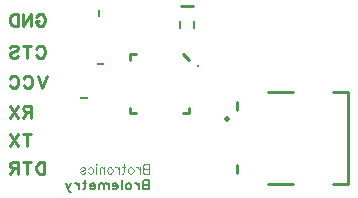
<source format=gbo>
G04 DipTrace Beta 2.3.5.2*
%INBrolemetry.GBO*%
%MOIN*%
%ADD10C,0.0098*%
%ADD21C,0.006*%
%ADD27C,0.0118*%
%ADD31C,0.0197*%
%ADD59C,0.0046*%
%ADD60C,0.0087*%
%ADD61C,0.0066*%
%FSLAX44Y44*%
G04*
G70*
G90*
G75*
G01*
%LNBotSilk*%
%LPD*%
X7312Y6771D2*
D10*
X7688D1*
X7264Y6264D2*
D21*
Y6028D1*
X7736Y6264D2*
Y6028D1*
G36*
X4743Y4852D2*
X4507D1*
Y4792D1*
X4743D1*
Y4852D1*
G37*
G36*
X4181Y3727D2*
X3944D1*
Y3667D1*
X4181D1*
Y3727D1*
G37*
G36*
X4602Y6382D2*
X4542D1*
Y6618D1*
X4602D1*
Y6382D1*
G37*
X5791Y5144D2*
D10*
X5594D1*
Y4947D1*
X5791Y3175D2*
X5594D1*
Y3372D2*
Y3175D1*
X7562D2*
X7365D1*
X7562Y3372D2*
Y3175D1*
D27*
X7857Y4750D3*
X7365Y5144D2*
D10*
X7562Y4947D1*
X12866Y3906D2*
Y835D1*
Y3906D2*
X12374D1*
X11043D2*
X10201D1*
X9166Y3551D2*
Y3276D1*
Y1465D2*
Y1189D1*
X10201Y835D2*
X11043D1*
X12374D2*
X12866D1*
D31*
X8831Y3000D3*
%LNBottom BottomSilk2*%
X6216Y1475D2*
D59*
Y1174D1*
X6087D1*
X6043Y1189D1*
X6029Y1203D1*
X6015Y1231D1*
Y1274D1*
X6029Y1303D1*
X6043Y1318D1*
X6087Y1332D1*
X6043Y1346D1*
X6029Y1361D1*
X6015Y1389D1*
Y1418D1*
X6029Y1447D1*
X6043Y1461D1*
X6087Y1475D1*
X6216D1*
Y1332D2*
X6087D1*
X5922Y1375D2*
Y1174D1*
Y1289D2*
X5908Y1332D1*
X5879Y1361D1*
X5850Y1375D1*
X5807D1*
X5643D2*
X5672Y1361D1*
X5700Y1332D1*
X5715Y1289D1*
Y1260D1*
X5700Y1217D1*
X5672Y1189D1*
X5643Y1174D1*
X5600D1*
X5571Y1189D1*
X5543Y1217D1*
X5528Y1260D1*
Y1289D1*
X5543Y1332D1*
X5571Y1361D1*
X5600Y1375D1*
X5643D1*
X5392Y1475D2*
Y1231D1*
X5378Y1189D1*
X5349Y1174D1*
X5321D1*
X5435Y1375D2*
X5335D1*
X5228D2*
Y1174D1*
Y1289D2*
X5213Y1332D1*
X5185Y1361D1*
X5156Y1375D1*
X5113D1*
X4949D2*
X4977Y1361D1*
X5006Y1332D1*
X5020Y1289D1*
Y1260D1*
X5006Y1217D1*
X4977Y1189D1*
X4949Y1174D1*
X4905D1*
X4877Y1189D1*
X4848Y1217D1*
X4834Y1260D1*
Y1289D1*
X4848Y1332D1*
X4877Y1361D1*
X4905Y1375D1*
X4949D1*
X4741D2*
Y1174D1*
Y1318D2*
X4698Y1361D1*
X4669Y1375D1*
X4626D1*
X4597Y1361D1*
X4583Y1318D1*
Y1174D1*
X4490Y1475D2*
X4476Y1461D1*
X4462Y1475D1*
X4476Y1490D1*
X4490Y1475D1*
X4476Y1375D2*
Y1174D1*
X4196Y1332D2*
X4225Y1361D1*
X4254Y1375D1*
X4297D1*
X4326Y1361D1*
X4354Y1332D1*
X4369Y1289D1*
Y1260D1*
X4354Y1217D1*
X4326Y1189D1*
X4297Y1174D1*
X4254D1*
X4225Y1189D1*
X4196Y1217D1*
X3946Y1332D2*
X3960Y1361D1*
X4003Y1375D1*
X4046D1*
X4090Y1361D1*
X4104Y1332D1*
X4090Y1303D1*
X4061Y1289D1*
X3989Y1274D1*
X3960Y1260D1*
X3946Y1231D1*
Y1217D1*
X3960Y1189D1*
X4003Y1174D1*
X4046D1*
X4090Y1189D1*
X4104Y1217D1*
X2477Y6396D2*
D60*
X2496Y6434D1*
X2535Y6472D1*
X2573Y6491D1*
X2649D1*
X2688Y6472D1*
X2726Y6434D1*
X2745Y6396D1*
X2764Y6338D1*
Y6242D1*
X2745Y6185D1*
X2726Y6147D1*
X2688Y6109D1*
X2649Y6089D1*
X2573D1*
X2535Y6109D1*
X2496Y6147D1*
X2477Y6185D1*
Y6242D1*
X2573D1*
X2034Y6491D2*
Y6089D1*
X2302Y6491D1*
Y6089D1*
X1859Y6491D2*
Y6089D1*
X1726D1*
X1668Y6109D1*
X1630Y6147D1*
X1611Y6185D1*
X1592Y6242D1*
Y6338D1*
X1611Y6396D1*
X1630Y6434D1*
X1668Y6472D1*
X1726Y6491D1*
X1859D1*
X2477Y5333D2*
X2496Y5371D1*
X2535Y5410D1*
X2573Y5429D1*
X2649D1*
X2688Y5410D1*
X2726Y5371D1*
X2745Y5333D1*
X2764Y5276D1*
Y5180D1*
X2745Y5123D1*
X2726Y5084D1*
X2688Y5046D1*
X2649Y5027D1*
X2573D1*
X2535Y5046D1*
X2496Y5084D1*
X2477Y5123D1*
X2168Y5429D2*
Y5027D1*
X2302Y5429D2*
X2034D1*
X1592Y5371D2*
X1630Y5410D1*
X1687Y5429D1*
X1764D1*
X1821Y5410D1*
X1859Y5371D1*
Y5333D1*
X1840Y5295D1*
X1821Y5276D1*
X1783Y5257D1*
X1668Y5218D1*
X1630Y5199D1*
X1611Y5180D1*
X1592Y5142D1*
Y5084D1*
X1630Y5046D1*
X1687Y5027D1*
X1764D1*
X1821Y5046D1*
X1859Y5084D1*
X2821Y4429D2*
X2668Y4027D1*
X2515Y4429D1*
X2053Y4333D2*
X2073Y4371D1*
X2111Y4410D1*
X2149Y4429D1*
X2225D1*
X2264Y4410D1*
X2302Y4371D1*
X2321Y4333D1*
X2340Y4276D1*
Y4180D1*
X2321Y4123D1*
X2302Y4084D1*
X2264Y4046D1*
X2225Y4027D1*
X2149D1*
X2111Y4046D1*
X2073Y4084D1*
X2053Y4123D1*
X1592Y4333D2*
X1611Y4371D1*
X1649Y4410D1*
X1687Y4429D1*
X1764D1*
X1802Y4410D1*
X1840Y4371D1*
X1859Y4333D1*
X1879Y4276D1*
Y4180D1*
X1859Y4123D1*
X1840Y4084D1*
X1802Y4046D1*
X1764Y4027D1*
X1687D1*
X1649Y4046D1*
X1611Y4084D1*
X1592Y4123D1*
X2302Y3237D2*
X2130D1*
X2073Y3257D1*
X2053Y3276D1*
X2034Y3314D1*
Y3352D1*
X2053Y3390D1*
X2073Y3410D1*
X2130Y3429D1*
X2302D1*
Y3027D1*
X2168Y3237D2*
X2034Y3027D1*
X1859Y3429D2*
X1592Y3027D1*
Y3429D2*
X1859Y3027D1*
X2168Y2491D2*
Y2089D1*
X2302Y2491D2*
X2034D1*
X1859D2*
X1592Y2089D1*
Y2491D2*
X1859Y2089D1*
X2745Y1554D2*
Y1152D1*
X2611D1*
X2554Y1171D1*
X2515Y1209D1*
X2496Y1248D1*
X2477Y1305D1*
Y1401D1*
X2496Y1458D1*
X2515Y1496D1*
X2554Y1535D1*
X2611Y1554D1*
X2745D1*
X2168D2*
Y1152D1*
X2302Y1554D2*
X2034D1*
X1859Y1362D2*
X1688D1*
X1630Y1382D1*
X1611Y1401D1*
X1592Y1439D1*
Y1477D1*
X1611Y1515D1*
X1630Y1535D1*
X1688Y1554D1*
X1859D1*
Y1152D1*
X1726Y1362D2*
X1592Y1152D1*
X6216Y951D2*
D61*
Y650D1*
X6087D1*
X6044Y664D1*
X6030Y679D1*
X6015Y707D1*
Y750D1*
X6030Y779D1*
X6044Y793D1*
X6087Y808D1*
X6044Y822D1*
X6030Y836D1*
X6015Y865D1*
Y894D1*
X6030Y922D1*
X6044Y937D1*
X6087Y951D1*
X6216D1*
Y808D2*
X6087D1*
X5884Y851D2*
Y650D1*
Y764D2*
X5869Y808D1*
X5841Y836D1*
X5812Y851D1*
X5769D1*
X5566D2*
X5595Y836D1*
X5623Y808D1*
X5638Y764D1*
Y736D1*
X5623Y693D1*
X5595Y664D1*
X5566Y650D1*
X5523D1*
X5494Y664D1*
X5466Y693D1*
X5451Y736D1*
Y764D1*
X5466Y808D1*
X5494Y836D1*
X5523Y851D1*
X5566D1*
X5320Y951D2*
Y650D1*
X5189Y764D2*
X5016D1*
Y793D1*
X5031Y822D1*
X5045Y836D1*
X5074Y851D1*
X5117D1*
X5145Y836D1*
X5174Y808D1*
X5189Y764D1*
Y736D1*
X5174Y693D1*
X5145Y664D1*
X5117Y650D1*
X5074D1*
X5045Y664D1*
X5016Y693D1*
X4885Y851D2*
Y650D1*
Y793D2*
X4842Y836D1*
X4813Y851D1*
X4770D1*
X4742Y836D1*
X4727Y793D1*
Y650D1*
Y793D2*
X4684Y836D1*
X4655Y851D1*
X4613D1*
X4584Y836D1*
X4569Y793D1*
Y650D1*
X4438Y764D2*
X4266D1*
Y793D1*
X4280Y822D1*
X4294Y836D1*
X4323Y851D1*
X4366D1*
X4395Y836D1*
X4424Y808D1*
X4438Y764D1*
Y736D1*
X4424Y693D1*
X4395Y664D1*
X4366Y650D1*
X4323D1*
X4294Y664D1*
X4266Y693D1*
X4091Y951D2*
Y707D1*
X4077Y664D1*
X4048Y650D1*
X4020D1*
X4135Y851D2*
X4034D1*
X3889D2*
Y650D1*
Y764D2*
X3874Y808D1*
X3846Y836D1*
X3817Y851D1*
X3774D1*
X3628D2*
X3542Y650D1*
X3570Y592D1*
X3599Y563D1*
X3628Y549D1*
X3642D1*
X3456Y851D2*
X3542Y650D1*
M02*

</source>
